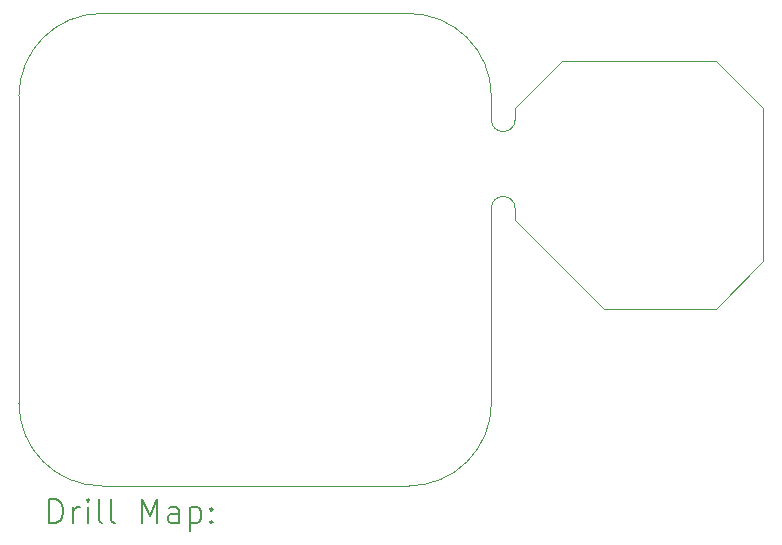
<source format=gbr>
%TF.GenerationSoftware,KiCad,Pcbnew,9.0.3-9.0.3-0~ubuntu24.04.1*%
%TF.CreationDate,2025-07-13T16:36:45+02:00*%
%TF.ProjectId,PCBWatch,50434257-6174-4636-982e-6b696361645f,rev?*%
%TF.SameCoordinates,Original*%
%TF.FileFunction,Drillmap*%
%TF.FilePolarity,Positive*%
%FSLAX45Y45*%
G04 Gerber Fmt 4.5, Leading zero omitted, Abs format (unit mm)*
G04 Created by KiCad (PCBNEW 9.0.3-9.0.3-0~ubuntu24.04.1) date 2025-07-13 16:36:45*
%MOMM*%
%LPD*%
G01*
G04 APERTURE LIST*
%ADD10C,0.050000*%
%ADD11C,0.200000*%
G04 APERTURE END LIST*
D10*
X3300000Y0D02*
X700000Y0D01*
X0Y-700000D02*
G75*
G02*
X700000Y0I700000J0D01*
G01*
X4950000Y-2500000D02*
X4200000Y-1750000D01*
X5900000Y-400000D02*
X4600000Y-400000D01*
X4600000Y-400000D02*
X4200000Y-800000D01*
X4000000Y-1650000D02*
G75*
G02*
X4200000Y-1650000I100000J0D01*
G01*
X4000000Y-3300000D02*
G75*
G02*
X3300000Y-4000000I-700000J0D01*
G01*
X3300000Y0D02*
G75*
G02*
X4000000Y-700000I0J-700000D01*
G01*
X700000Y-4000000D02*
X3300000Y-4000000D01*
X0Y-700000D02*
X0Y-3300000D01*
X4000000Y-700000D02*
X4000000Y-900000D01*
X4200000Y-1650000D02*
X4200000Y-1750000D01*
X4200000Y-900000D02*
G75*
G02*
X4000000Y-900000I-100000J0D01*
G01*
X4200000Y-900000D02*
X4200000Y-800000D01*
X5900000Y-2500000D02*
X6300000Y-2100000D01*
X4000000Y-1650000D02*
X4000000Y-3300000D01*
X700000Y-4000000D02*
G75*
G02*
X0Y-3300000I0J700000D01*
G01*
X6300000Y-800000D02*
X5900000Y-400000D01*
X6300000Y-2100000D02*
X6300000Y-800000D01*
X4950000Y-2500000D02*
X5900000Y-2500000D01*
D11*
X258277Y-4313984D02*
X258277Y-4113984D01*
X258277Y-4113984D02*
X305896Y-4113984D01*
X305896Y-4113984D02*
X334467Y-4123508D01*
X334467Y-4123508D02*
X353515Y-4142555D01*
X353515Y-4142555D02*
X363039Y-4161603D01*
X363039Y-4161603D02*
X372562Y-4199698D01*
X372562Y-4199698D02*
X372562Y-4228270D01*
X372562Y-4228270D02*
X363039Y-4266365D01*
X363039Y-4266365D02*
X353515Y-4285412D01*
X353515Y-4285412D02*
X334467Y-4304460D01*
X334467Y-4304460D02*
X305896Y-4313984D01*
X305896Y-4313984D02*
X258277Y-4313984D01*
X458277Y-4313984D02*
X458277Y-4180650D01*
X458277Y-4218746D02*
X467801Y-4199698D01*
X467801Y-4199698D02*
X477324Y-4190174D01*
X477324Y-4190174D02*
X496372Y-4180650D01*
X496372Y-4180650D02*
X515420Y-4180650D01*
X582086Y-4313984D02*
X582086Y-4180650D01*
X582086Y-4113984D02*
X572563Y-4123508D01*
X572563Y-4123508D02*
X582086Y-4133031D01*
X582086Y-4133031D02*
X591610Y-4123508D01*
X591610Y-4123508D02*
X582086Y-4113984D01*
X582086Y-4113984D02*
X582086Y-4133031D01*
X705896Y-4313984D02*
X686848Y-4304460D01*
X686848Y-4304460D02*
X677324Y-4285412D01*
X677324Y-4285412D02*
X677324Y-4113984D01*
X810658Y-4313984D02*
X791610Y-4304460D01*
X791610Y-4304460D02*
X782086Y-4285412D01*
X782086Y-4285412D02*
X782086Y-4113984D01*
X1039229Y-4313984D02*
X1039229Y-4113984D01*
X1039229Y-4113984D02*
X1105896Y-4256841D01*
X1105896Y-4256841D02*
X1172563Y-4113984D01*
X1172563Y-4113984D02*
X1172563Y-4313984D01*
X1353515Y-4313984D02*
X1353515Y-4209222D01*
X1353515Y-4209222D02*
X1343991Y-4190174D01*
X1343991Y-4190174D02*
X1324944Y-4180650D01*
X1324944Y-4180650D02*
X1286848Y-4180650D01*
X1286848Y-4180650D02*
X1267801Y-4190174D01*
X1353515Y-4304460D02*
X1334467Y-4313984D01*
X1334467Y-4313984D02*
X1286848Y-4313984D01*
X1286848Y-4313984D02*
X1267801Y-4304460D01*
X1267801Y-4304460D02*
X1258277Y-4285412D01*
X1258277Y-4285412D02*
X1258277Y-4266365D01*
X1258277Y-4266365D02*
X1267801Y-4247317D01*
X1267801Y-4247317D02*
X1286848Y-4237793D01*
X1286848Y-4237793D02*
X1334467Y-4237793D01*
X1334467Y-4237793D02*
X1353515Y-4228270D01*
X1448753Y-4180650D02*
X1448753Y-4380650D01*
X1448753Y-4190174D02*
X1467801Y-4180650D01*
X1467801Y-4180650D02*
X1505896Y-4180650D01*
X1505896Y-4180650D02*
X1524943Y-4190174D01*
X1524943Y-4190174D02*
X1534467Y-4199698D01*
X1534467Y-4199698D02*
X1543991Y-4218746D01*
X1543991Y-4218746D02*
X1543991Y-4275889D01*
X1543991Y-4275889D02*
X1534467Y-4294936D01*
X1534467Y-4294936D02*
X1524943Y-4304460D01*
X1524943Y-4304460D02*
X1505896Y-4313984D01*
X1505896Y-4313984D02*
X1467801Y-4313984D01*
X1467801Y-4313984D02*
X1448753Y-4304460D01*
X1629705Y-4294936D02*
X1639229Y-4304460D01*
X1639229Y-4304460D02*
X1629705Y-4313984D01*
X1629705Y-4313984D02*
X1620182Y-4304460D01*
X1620182Y-4304460D02*
X1629705Y-4294936D01*
X1629705Y-4294936D02*
X1629705Y-4313984D01*
X1629705Y-4190174D02*
X1639229Y-4199698D01*
X1639229Y-4199698D02*
X1629705Y-4209222D01*
X1629705Y-4209222D02*
X1620182Y-4199698D01*
X1620182Y-4199698D02*
X1629705Y-4190174D01*
X1629705Y-4190174D02*
X1629705Y-4209222D01*
M02*

</source>
